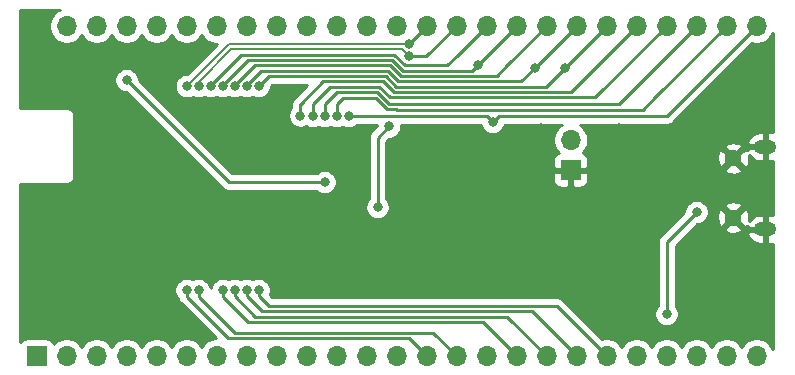
<source format=gbr>
%TF.GenerationSoftware,KiCad,Pcbnew,(5.1.9)-1*%
%TF.CreationDate,2021-12-20T00:17:31+00:00*%
%TF.ProjectId,BM83 breakout,424d3833-2062-4726-9561-6b6f75742e6b,rev?*%
%TF.SameCoordinates,Original*%
%TF.FileFunction,Copper,L2,Bot*%
%TF.FilePolarity,Positive*%
%FSLAX46Y46*%
G04 Gerber Fmt 4.6, Leading zero omitted, Abs format (unit mm)*
G04 Created by KiCad (PCBNEW (5.1.9)-1) date 2021-12-20 00:17:31*
%MOMM*%
%LPD*%
G01*
G04 APERTURE LIST*
%TA.AperFunction,ComponentPad*%
%ADD10O,1.900000X1.200000*%
%TD*%
%TA.AperFunction,ComponentPad*%
%ADD11C,1.450000*%
%TD*%
%TA.AperFunction,ComponentPad*%
%ADD12O,1.700000X1.700000*%
%TD*%
%TA.AperFunction,ComponentPad*%
%ADD13R,1.700000X1.700000*%
%TD*%
%TA.AperFunction,ViaPad*%
%ADD14C,0.800000*%
%TD*%
%TA.AperFunction,Conductor*%
%ADD15C,0.250000*%
%TD*%
%TA.AperFunction,Conductor*%
%ADD16C,0.200000*%
%TD*%
%TA.AperFunction,Conductor*%
%ADD17C,0.254000*%
%TD*%
%TA.AperFunction,Conductor*%
%ADD18C,0.100000*%
%TD*%
G04 APERTURE END LIST*
D10*
%TO.P,J3,6*%
%TO.N,GND*%
X135349500Y-94036000D03*
X135349500Y-101036000D03*
D11*
X132649500Y-95036000D03*
X132649500Y-100036000D03*
%TD*%
D12*
%TO.P,J1,25*%
%TO.N,/VDD_IO*%
X134620000Y-111760000D03*
%TO.P,J1,24*%
%TO.N,/SYS_PWR*%
X132080000Y-111760000D03*
%TO.P,J1,23*%
%TO.N,/BAT_IN*%
X129540000Y-111760000D03*
%TO.P,J1,22*%
%TO.N,/ADAP_IN*%
X127000000Y-111760000D03*
%TO.P,J1,21*%
%TO.N,/P2_6*%
X124460000Y-111760000D03*
%TO.P,J1,20*%
%TO.N,/P3_2*%
X121920000Y-111760000D03*
%TO.P,J1,19*%
%TO.N,/DMIC1_L*%
X119380000Y-111760000D03*
%TO.P,J1,18*%
%TO.N,/DMIC1_R*%
X116840000Y-111760000D03*
%TO.P,J1,17*%
%TO.N,/DMIC1_CLK*%
X114300000Y-111760000D03*
%TO.P,J1,16*%
%TO.N,GND*%
X111760000Y-111760000D03*
%TO.P,J1,15*%
%TO.N,/MICBIAS*%
X109220000Y-111760000D03*
%TO.P,J1,14*%
%TO.N,/MICP1*%
X106680000Y-111760000D03*
%TO.P,J1,13*%
%TO.N,/MICN1*%
X104140000Y-111760000D03*
%TO.P,J1,12*%
%TO.N,/AIL*%
X101600000Y-111760000D03*
%TO.P,J1,11*%
%TO.N,/AIR*%
X99060000Y-111760000D03*
%TO.P,J1,10*%
%TO.N,/MICP2*%
X96520000Y-111760000D03*
%TO.P,J1,9*%
%TO.N,/MICN2*%
X93980000Y-111760000D03*
%TO.P,J1,8*%
%TO.N,/AOHPL*%
X91440000Y-111760000D03*
%TO.P,J1,7*%
%TO.N,/AOHPM*%
X88900000Y-111760000D03*
%TO.P,J1,6*%
%TO.N,/AOHPR*%
X86360000Y-111760000D03*
%TO.P,J1,5*%
%TO.N,/MCLK1*%
X83820000Y-111760000D03*
%TO.P,J1,4*%
%TO.N,/DT1*%
X81280000Y-111760000D03*
%TO.P,J1,3*%
%TO.N,/SCLK1*%
X78740000Y-111760000D03*
%TO.P,J1,2*%
%TO.N,/RFS1*%
X76200000Y-111760000D03*
D13*
%TO.P,J1,1*%
%TO.N,/DR1*%
X73660000Y-111760000D03*
%TD*%
D12*
%TO.P,JP1,2*%
%TO.N,/P3_4*%
X118872000Y-93472000D03*
D13*
%TO.P,JP1,1*%
%TO.N,GND*%
X118872000Y-96012000D03*
%TD*%
D12*
%TO.P,J2,25*%
%TO.N,/PWR(MFB)*%
X134620000Y-83820000D03*
%TO.P,J2,24*%
%TO.N,/SK1_AMB_DET*%
X132080000Y-83820000D03*
%TO.P,J2,23*%
%TO.N,/SK2_KEY_AD*%
X129540000Y-83820000D03*
%TO.P,J2,22*%
%TO.N,/P8_6*%
X127000000Y-83820000D03*
%TO.P,J2,21*%
%TO.N,/P8_5*%
X124460000Y-83820000D03*
%TO.P,J2,20*%
%TO.N,/P3_4*%
X121920000Y-83820000D03*
%TO.P,J2,19*%
%TO.N,/LED1*%
X119380000Y-83820000D03*
%TO.P,J2,18*%
%TO.N,/P0_2*%
X116840000Y-83820000D03*
%TO.P,J2,17*%
%TO.N,/LED2*%
X114300000Y-83820000D03*
%TO.P,J2,16*%
%TO.N,/P0_6*%
X111760000Y-83820000D03*
%TO.P,J2,15*%
%TO.N,/DN*%
X109220000Y-83820000D03*
%TO.P,J2,14*%
%TO.N,/DP*%
X106680000Y-83820000D03*
%TO.P,J2,13*%
%TO.N,/P0_3*%
X104140000Y-83820000D03*
%TO.P,J2,12*%
%TO.N,/P2_7*%
X101600000Y-83820000D03*
%TO.P,J2,11*%
%TO.N,/P0_5*%
X99060000Y-83820000D03*
%TO.P,J2,10*%
%TO.N,/P1_6*%
X96520000Y-83820000D03*
%TO.P,J2,9*%
%TO.N,/P2_3*%
X93980000Y-83820000D03*
%TO.P,J2,8*%
%TO.N,/RST_N*%
X91440000Y-83820000D03*
%TO.P,J2,7*%
%TO.N,/P0_1*%
X88900000Y-83820000D03*
%TO.P,J2,6*%
%TO.N,/P0_7*%
X86360000Y-83820000D03*
%TO.P,J2,5*%
%TO.N,/P1_2*%
X83820000Y-83820000D03*
%TO.P,J2,4*%
%TO.N,/P1_3*%
X81280000Y-83820000D03*
%TO.P,J2,3*%
%TO.N,/P3_7*%
X78740000Y-83820000D03*
%TO.P,J2,2*%
%TO.N,/P0_0*%
X76200000Y-83820000D03*
D13*
%TO.P,J2,1*%
%TO.N,GND*%
X73660000Y-83820000D03*
%TD*%
D14*
%TO.N,/SYS_PWR*%
X103491000Y-92315000D03*
X102520000Y-99156000D03*
%TO.N,/LED1*%
X91440000Y-88900000D03*
X115824000Y-87376000D03*
%TO.N,/LED2*%
X89408000Y-88900000D03*
X110998000Y-87122000D03*
%TO.N,/ADAP_IN*%
X127000000Y-108204000D03*
X129540000Y-99568000D03*
%TO.N,/P3_2*%
X92456000Y-106172000D03*
%TO.N,/DMIC1_L*%
X91440000Y-106172000D03*
%TO.N,/DMIC1_R*%
X90424000Y-106172000D03*
%TO.N,/DMIC1_CLK*%
X89408000Y-106172000D03*
%TO.N,GND*%
X72644000Y-97536000D03*
X77216000Y-92456000D03*
X81280000Y-92456000D03*
X94488000Y-89408000D03*
X100076000Y-94996000D03*
X116332000Y-92456000D03*
X112268000Y-94996000D03*
X107696000Y-94996000D03*
X104140000Y-94996000D03*
X112268000Y-99060000D03*
X108204000Y-99060000D03*
X94996000Y-104648000D03*
X98552000Y-104648000D03*
X102108000Y-104648000D03*
X115824000Y-105664000D03*
X112268000Y-105664000D03*
X108712000Y-105664000D03*
X105156000Y-105664000D03*
X134620000Y-109220000D03*
X131572000Y-106172000D03*
X125476000Y-100584000D03*
X121412000Y-100584000D03*
X117348000Y-100584000D03*
X134620000Y-90424000D03*
X134620000Y-86868000D03*
X131572000Y-89408000D03*
X122936000Y-92456000D03*
X90932000Y-102616000D03*
X90932000Y-99060000D03*
X90932000Y-96012000D03*
X90932000Y-92456000D03*
X85852000Y-96012000D03*
X85852000Y-99060000D03*
X85852000Y-102616000D03*
X81280000Y-102616000D03*
X81280000Y-99060000D03*
X81280000Y-96012000D03*
X77216000Y-96012000D03*
X77216000Y-99060000D03*
X77216000Y-102616000D03*
X72644000Y-88900000D03*
X118872000Y-105664000D03*
X121412000Y-105664000D03*
X122936000Y-109220000D03*
X122936000Y-106680000D03*
X128524000Y-103124000D03*
X134620000Y-105156000D03*
X127508000Y-92456000D03*
X128524000Y-98044000D03*
X125476000Y-95504000D03*
X93980000Y-90932000D03*
%TO.N,/MICBIAS*%
X87376000Y-106172000D03*
%TO.N,/MICP1*%
X86360000Y-106172000D03*
%TO.N,/PWR(MFB)*%
X100076000Y-91440000D03*
X112268000Y-91948000D03*
%TO.N,/SK1_AMB_DET*%
X99055347Y-91435347D03*
%TO.N,/SK2_KEY_AD*%
X98044000Y-91440000D03*
%TO.N,/P8_6*%
X97031346Y-91427349D03*
%TO.N,/P8_5*%
X95978846Y-91406846D03*
%TO.N,/P3_4*%
X92456000Y-88900000D03*
X118364000Y-87376000D03*
%TO.N,/P0_2*%
X90424000Y-88900000D03*
%TO.N,/P0_6*%
X88392000Y-88900000D03*
%TO.N,/DN*%
X87376000Y-88900000D03*
%TO.N,/DP*%
X86375997Y-88900000D03*
X105156000Y-85327000D03*
%TO.N,/RST_N*%
X81280000Y-88392000D03*
X98044000Y-97028000D03*
%TO.N,/DN*%
X105156000Y-86377000D03*
%TD*%
D15*
%TO.N,/SYS_PWR*%
X103328001Y-92477999D02*
X103491000Y-92315000D01*
X102520000Y-93286000D02*
X103491000Y-92315000D01*
X102520000Y-99156000D02*
X102520000Y-93286000D01*
%TO.N,/LED1*%
X114705930Y-88494070D02*
X115824000Y-87376000D01*
X104290838Y-88494070D02*
X114705930Y-88494070D01*
X103390820Y-87594052D02*
X104290838Y-88494070D01*
X92688946Y-87594052D02*
X103390820Y-87594052D01*
X91440000Y-88842998D02*
X92688946Y-87594052D01*
X116840000Y-86360000D02*
X119380000Y-83820000D01*
X91440000Y-88900000D02*
X91440000Y-88842998D01*
X115824000Y-87376000D02*
X116840000Y-86360000D01*
%TO.N,/LED2*%
X112014000Y-86106000D02*
X114300000Y-83820000D01*
X104663638Y-87594050D02*
X110525950Y-87594050D01*
X103763618Y-86694030D02*
X104663638Y-87594050D01*
X92629970Y-86694030D02*
X103763618Y-86694030D01*
X92629968Y-86694032D02*
X92629970Y-86694030D01*
X91556966Y-86694032D02*
X92629968Y-86694032D01*
X89408000Y-88842998D02*
X91556966Y-86694032D01*
X110525950Y-87594050D02*
X110998000Y-87122000D01*
X89408000Y-88900000D02*
X89408000Y-88842998D01*
X111252000Y-86868000D02*
X112014000Y-86106000D01*
X110998000Y-87122000D02*
X111252000Y-86868000D01*
%TO.N,/ADAP_IN*%
X127000000Y-108204000D02*
X127000000Y-102108000D01*
X127000000Y-102108000D02*
X129540000Y-99568000D01*
%TO.N,/P3_2*%
X117695941Y-107535941D02*
X121920000Y-111760000D01*
X93311941Y-107535941D02*
X117695941Y-107535941D01*
X92456000Y-106680000D02*
X93311941Y-107535941D01*
X92456000Y-106172000D02*
X92456000Y-106680000D01*
%TO.N,/DMIC1_L*%
X115605951Y-107985951D02*
X119380000Y-111760000D01*
X91440000Y-106680000D02*
X91440000Y-106172000D01*
X92745951Y-107985951D02*
X91440000Y-106680000D01*
X115605951Y-107985951D02*
X92745951Y-107985951D01*
%TO.N,/DMIC1_R*%
X113515961Y-108435961D02*
X116840000Y-111760000D01*
X90424000Y-106680000D02*
X90424000Y-106172000D01*
X92179961Y-108435961D02*
X90424000Y-106680000D01*
X113515961Y-108435961D02*
X92179961Y-108435961D01*
%TO.N,/DMIC1_CLK*%
X111425970Y-108885970D02*
X114300000Y-111760000D01*
X89408000Y-106300410D02*
X89408000Y-106172000D01*
X89408000Y-106737685D02*
X89408000Y-106172000D01*
X91556285Y-108885970D02*
X89408000Y-106737685D01*
X111425970Y-108885970D02*
X91556285Y-108885970D01*
%TO.N,/MICBIAS*%
X107245990Y-109785990D02*
X109220000Y-111760000D01*
X87376000Y-106737685D02*
X87376000Y-106172000D01*
X90424305Y-109785990D02*
X87376000Y-106737685D01*
X107245990Y-109785990D02*
X90424305Y-109785990D01*
%TO.N,/MICP1*%
X105156000Y-110236000D02*
X106680000Y-111760000D01*
X86360000Y-106737685D02*
X86360000Y-106172000D01*
X89858314Y-110235999D02*
X86360000Y-106737685D01*
X105156000Y-110236000D02*
X89858314Y-110235999D01*
%TO.N,/PWR(MFB)*%
X134620000Y-83820000D02*
X127000000Y-91440000D01*
X111760000Y-91440000D02*
X112268000Y-91948000D01*
X100076000Y-91440000D02*
X111760000Y-91440000D01*
X112776000Y-91440000D02*
X112268000Y-91948000D01*
X127000000Y-91440000D02*
X112776000Y-91440000D01*
%TO.N,/SK1_AMB_DET*%
X124968000Y-90932000D02*
X126041990Y-89858010D01*
X104140000Y-90932000D02*
X124968000Y-90932000D01*
X126041990Y-89858010D02*
X132080000Y-83820000D01*
X104082009Y-90874009D02*
X104140000Y-90932000D01*
X103317189Y-90874009D02*
X104082009Y-90874009D01*
X99055347Y-91435347D02*
X99055347Y-90428653D01*
X99568000Y-89916000D02*
X102359180Y-89916000D01*
X102359180Y-89916000D02*
X103317189Y-90874009D01*
X99055347Y-90428653D02*
X99568000Y-89916000D01*
%TO.N,/SK2_KEY_AD*%
X98044000Y-91373692D02*
X98044000Y-91440000D01*
X122936000Y-90424000D02*
X103503590Y-90424000D01*
X129540000Y-83820000D02*
X122936000Y-90424000D01*
X103503590Y-90424000D02*
X102487590Y-89408000D01*
X98044000Y-91440000D02*
X98044000Y-90424000D01*
X98044000Y-90424000D02*
X99060000Y-89408000D01*
X99060000Y-89408000D02*
X102487590Y-89408000D01*
%TO.N,/P8_6*%
X97031346Y-91379652D02*
X97031346Y-91427349D01*
X127000000Y-83820000D02*
X120961990Y-89858010D01*
X103574010Y-89858010D02*
X102660080Y-88944080D01*
X120961990Y-89858010D02*
X103574010Y-89858010D01*
X97031346Y-91427349D02*
X97031346Y-90427346D01*
X97542692Y-89909308D02*
X98507920Y-88944080D01*
X97542692Y-89916000D02*
X97542692Y-89909308D01*
X97031346Y-90427346D02*
X97542692Y-89916000D01*
X98507920Y-88944080D02*
X102660080Y-88944080D01*
%TO.N,/P8_5*%
X124460000Y-83820000D02*
X118872000Y-89408000D01*
X95978846Y-91406846D02*
X95978846Y-90457154D01*
X118872000Y-89408000D02*
X106680000Y-89408000D01*
X106680000Y-89408000D02*
X103931948Y-89408000D01*
X103931948Y-89408000D02*
X103018018Y-88494070D01*
X103018018Y-88494070D02*
X97941930Y-88494070D01*
X97941930Y-88494070D02*
X96012000Y-90424000D01*
%TO.N,/P3_4*%
X118618000Y-87122000D02*
X121920000Y-83820000D01*
X116795920Y-88944080D02*
X118364000Y-87376000D01*
X104104438Y-88944080D02*
X116795920Y-88944080D01*
X103204418Y-88044060D02*
X104104438Y-88944080D01*
X93311940Y-88044060D02*
X103204418Y-88044060D01*
X92456000Y-88900000D02*
X93311940Y-88044060D01*
X118364000Y-87376000D02*
X118618000Y-87122000D01*
%TO.N,/P0_2*%
X113515960Y-87144040D02*
X116840000Y-83820000D01*
X90424000Y-88842998D02*
X90424000Y-88900000D01*
X92122958Y-87144040D02*
X90424000Y-88842998D01*
X92122958Y-87144040D02*
X103577218Y-87144040D01*
X103577218Y-87144040D02*
X104477238Y-88044060D01*
X112615940Y-88044060D02*
X113515960Y-87144040D01*
X104477238Y-88044060D02*
X112615940Y-88044060D01*
%TO.N,/P0_6*%
X109335980Y-86244020D02*
X111760000Y-83820000D01*
X88392000Y-88842998D02*
X88392000Y-88900000D01*
X90990978Y-86244020D02*
X88392000Y-88842998D01*
X104850038Y-87144040D02*
X108435960Y-87144040D01*
X103950018Y-86244020D02*
X104850038Y-87144040D01*
X108435960Y-87144040D02*
X109335980Y-86244020D01*
X90990978Y-86244020D02*
X103950018Y-86244020D01*
%TO.N,/DN*%
X87376000Y-88842998D02*
X87376000Y-88900000D01*
%TO.N,/DP*%
X86375997Y-88827001D02*
X86375997Y-88900000D01*
X105173000Y-85327000D02*
X106680000Y-83820000D01*
X105156000Y-85327000D02*
X105173000Y-85327000D01*
D16*
X104556000Y-85327000D02*
X105156000Y-85327000D01*
X89948997Y-85327000D02*
X104556000Y-85327000D01*
X86375997Y-88900000D02*
X89948997Y-85327000D01*
D15*
%TO.N,/RST_N*%
X81280000Y-88392000D02*
X89916000Y-97028000D01*
X89916000Y-97028000D02*
X98044000Y-97028000D01*
%TO.N,/DN*%
X106663000Y-86377000D02*
X105156000Y-86377000D01*
X109220000Y-83820000D02*
X106663000Y-86377000D01*
D16*
X104556000Y-85777000D02*
X105156000Y-86377000D01*
X90135394Y-85777000D02*
X104556000Y-85777000D01*
X87376000Y-88900000D02*
X87376000Y-88536394D01*
X87376000Y-88536394D02*
X90135394Y-85777000D01*
%TD*%
D17*
%TO.N,GND*%
X111887000Y-111633000D02*
X111907000Y-111633000D01*
X111907000Y-111887000D01*
X111887000Y-111887000D01*
X111887000Y-111907000D01*
X111633000Y-111907000D01*
X111633000Y-111887000D01*
X111613000Y-111887000D01*
X111613000Y-111633000D01*
X111633000Y-111633000D01*
X111633000Y-111613000D01*
X111887000Y-111613000D01*
X111887000Y-111633000D01*
%TA.AperFunction,Conductor*%
D18*
G36*
X111887000Y-111633000D02*
G01*
X111907000Y-111633000D01*
X111907000Y-111887000D01*
X111887000Y-111887000D01*
X111887000Y-111907000D01*
X111633000Y-111907000D01*
X111633000Y-111887000D01*
X111613000Y-111887000D01*
X111613000Y-111633000D01*
X111633000Y-111633000D01*
X111633000Y-111613000D01*
X111887000Y-111613000D01*
X111887000Y-111633000D01*
G37*
%TD.AperFunction*%
D17*
X75496589Y-82504010D02*
X75253368Y-82666525D01*
X75046525Y-82873368D01*
X74884010Y-83116589D01*
X74772068Y-83386842D01*
X74715000Y-83673740D01*
X74715000Y-83966260D01*
X74772068Y-84253158D01*
X74884010Y-84523411D01*
X75046525Y-84766632D01*
X75253368Y-84973475D01*
X75496589Y-85135990D01*
X75766842Y-85247932D01*
X76053740Y-85305000D01*
X76346260Y-85305000D01*
X76633158Y-85247932D01*
X76903411Y-85135990D01*
X77146632Y-84973475D01*
X77353475Y-84766632D01*
X77470000Y-84592240D01*
X77586525Y-84766632D01*
X77793368Y-84973475D01*
X78036589Y-85135990D01*
X78306842Y-85247932D01*
X78593740Y-85305000D01*
X78886260Y-85305000D01*
X79173158Y-85247932D01*
X79443411Y-85135990D01*
X79686632Y-84973475D01*
X79893475Y-84766632D01*
X80010000Y-84592240D01*
X80126525Y-84766632D01*
X80333368Y-84973475D01*
X80576589Y-85135990D01*
X80846842Y-85247932D01*
X81133740Y-85305000D01*
X81426260Y-85305000D01*
X81713158Y-85247932D01*
X81983411Y-85135990D01*
X82226632Y-84973475D01*
X82433475Y-84766632D01*
X82550000Y-84592240D01*
X82666525Y-84766632D01*
X82873368Y-84973475D01*
X83116589Y-85135990D01*
X83386842Y-85247932D01*
X83673740Y-85305000D01*
X83966260Y-85305000D01*
X84253158Y-85247932D01*
X84523411Y-85135990D01*
X84766632Y-84973475D01*
X84973475Y-84766632D01*
X85090000Y-84592240D01*
X85206525Y-84766632D01*
X85413368Y-84973475D01*
X85656589Y-85135990D01*
X85926842Y-85247932D01*
X86213740Y-85305000D01*
X86506260Y-85305000D01*
X86793158Y-85247932D01*
X87063411Y-85135990D01*
X87306632Y-84973475D01*
X87513475Y-84766632D01*
X87630000Y-84592240D01*
X87746525Y-84766632D01*
X87953368Y-84973475D01*
X88196589Y-85135990D01*
X88466842Y-85247932D01*
X88753740Y-85305000D01*
X88931550Y-85305000D01*
X86371551Y-87865000D01*
X86274058Y-87865000D01*
X86074099Y-87904774D01*
X85885741Y-87982795D01*
X85716223Y-88096063D01*
X85572060Y-88240226D01*
X85458792Y-88409744D01*
X85380771Y-88598102D01*
X85340997Y-88798061D01*
X85340997Y-89001939D01*
X85380771Y-89201898D01*
X85458792Y-89390256D01*
X85572060Y-89559774D01*
X85716223Y-89703937D01*
X85885741Y-89817205D01*
X86074099Y-89895226D01*
X86274058Y-89935000D01*
X86477936Y-89935000D01*
X86677895Y-89895226D01*
X86866253Y-89817205D01*
X86875999Y-89810693D01*
X86885744Y-89817205D01*
X87074102Y-89895226D01*
X87274061Y-89935000D01*
X87477939Y-89935000D01*
X87677898Y-89895226D01*
X87866256Y-89817205D01*
X87884000Y-89805349D01*
X87901744Y-89817205D01*
X88090102Y-89895226D01*
X88290061Y-89935000D01*
X88493939Y-89935000D01*
X88693898Y-89895226D01*
X88882256Y-89817205D01*
X88900000Y-89805349D01*
X88917744Y-89817205D01*
X89106102Y-89895226D01*
X89306061Y-89935000D01*
X89509939Y-89935000D01*
X89709898Y-89895226D01*
X89898256Y-89817205D01*
X89916000Y-89805349D01*
X89933744Y-89817205D01*
X90122102Y-89895226D01*
X90322061Y-89935000D01*
X90525939Y-89935000D01*
X90725898Y-89895226D01*
X90914256Y-89817205D01*
X90932000Y-89805349D01*
X90949744Y-89817205D01*
X91138102Y-89895226D01*
X91338061Y-89935000D01*
X91541939Y-89935000D01*
X91741898Y-89895226D01*
X91930256Y-89817205D01*
X91948000Y-89805349D01*
X91965744Y-89817205D01*
X92154102Y-89895226D01*
X92354061Y-89935000D01*
X92557939Y-89935000D01*
X92757898Y-89895226D01*
X92946256Y-89817205D01*
X93115774Y-89703937D01*
X93259937Y-89559774D01*
X93373205Y-89390256D01*
X93451226Y-89201898D01*
X93491000Y-89001939D01*
X93491000Y-88939802D01*
X93626742Y-88804060D01*
X96557138Y-88804060D01*
X95467844Y-89893355D01*
X95438846Y-89917153D01*
X95343873Y-90032878D01*
X95273301Y-90164907D01*
X95229844Y-90308168D01*
X95218847Y-90419821D01*
X95218847Y-90703134D01*
X95174909Y-90747072D01*
X95061641Y-90916590D01*
X94983620Y-91104948D01*
X94943846Y-91304907D01*
X94943846Y-91508785D01*
X94983620Y-91708744D01*
X95061641Y-91897102D01*
X95174909Y-92066620D01*
X95319072Y-92210783D01*
X95488590Y-92324051D01*
X95676948Y-92402072D01*
X95876907Y-92441846D01*
X96080785Y-92441846D01*
X96280744Y-92402072D01*
X96469102Y-92324051D01*
X96489754Y-92310252D01*
X96541090Y-92344554D01*
X96729448Y-92422575D01*
X96929407Y-92462349D01*
X97133285Y-92462349D01*
X97333244Y-92422575D01*
X97521602Y-92344554D01*
X97528206Y-92340141D01*
X97553744Y-92357205D01*
X97742102Y-92435226D01*
X97942061Y-92475000D01*
X98145939Y-92475000D01*
X98345898Y-92435226D01*
X98534256Y-92357205D01*
X98553155Y-92344577D01*
X98565091Y-92352552D01*
X98753449Y-92430573D01*
X98953408Y-92470347D01*
X99157286Y-92470347D01*
X99357245Y-92430573D01*
X99545603Y-92352552D01*
X99562192Y-92341468D01*
X99585744Y-92357205D01*
X99774102Y-92435226D01*
X99974061Y-92475000D01*
X100177939Y-92475000D01*
X100377898Y-92435226D01*
X100566256Y-92357205D01*
X100735774Y-92243937D01*
X100779711Y-92200000D01*
X102458598Y-92200000D01*
X102456000Y-92213061D01*
X102456000Y-92275199D01*
X102008998Y-92722201D01*
X101980000Y-92745999D01*
X101956202Y-92774997D01*
X101956201Y-92774998D01*
X101885026Y-92861724D01*
X101814454Y-92993754D01*
X101770998Y-93137015D01*
X101756324Y-93286000D01*
X101760001Y-93323332D01*
X101760000Y-98452289D01*
X101716063Y-98496226D01*
X101602795Y-98665744D01*
X101524774Y-98854102D01*
X101485000Y-99054061D01*
X101485000Y-99257939D01*
X101524774Y-99457898D01*
X101602795Y-99646256D01*
X101716063Y-99815774D01*
X101860226Y-99959937D01*
X102029744Y-100073205D01*
X102218102Y-100151226D01*
X102418061Y-100191000D01*
X102621939Y-100191000D01*
X102821898Y-100151226D01*
X103010256Y-100073205D01*
X103179774Y-99959937D01*
X103323937Y-99815774D01*
X103437205Y-99646256D01*
X103515226Y-99457898D01*
X103555000Y-99257939D01*
X103555000Y-99054061D01*
X103515226Y-98854102D01*
X103437205Y-98665744D01*
X103323937Y-98496226D01*
X103280000Y-98452289D01*
X103280000Y-96862000D01*
X117383928Y-96862000D01*
X117396188Y-96986482D01*
X117432498Y-97106180D01*
X117491463Y-97216494D01*
X117570815Y-97313185D01*
X117667506Y-97392537D01*
X117777820Y-97451502D01*
X117897518Y-97487812D01*
X118022000Y-97500072D01*
X118586250Y-97497000D01*
X118745000Y-97338250D01*
X118745000Y-96139000D01*
X118999000Y-96139000D01*
X118999000Y-97338250D01*
X119157750Y-97497000D01*
X119722000Y-97500072D01*
X119846482Y-97487812D01*
X119966180Y-97451502D01*
X120076494Y-97392537D01*
X120173185Y-97313185D01*
X120252537Y-97216494D01*
X120311502Y-97106180D01*
X120347812Y-96986482D01*
X120360072Y-96862000D01*
X120357000Y-96297750D01*
X120198250Y-96139000D01*
X118999000Y-96139000D01*
X118745000Y-96139000D01*
X117545750Y-96139000D01*
X117387000Y-96297750D01*
X117383928Y-96862000D01*
X103280000Y-96862000D01*
X103280000Y-95975133D01*
X131889972Y-95975133D01*
X131952465Y-96211450D01*
X132195178Y-96324850D01*
X132455349Y-96388719D01*
X132722982Y-96400604D01*
X132987791Y-96360048D01*
X133239600Y-96268609D01*
X133346535Y-96211450D01*
X133409028Y-95975133D01*
X132649500Y-95215605D01*
X131889972Y-95975133D01*
X103280000Y-95975133D01*
X103280000Y-93600801D01*
X103530801Y-93350000D01*
X103592939Y-93350000D01*
X103792898Y-93310226D01*
X103981256Y-93232205D01*
X104150774Y-93118937D01*
X104294937Y-92974774D01*
X104408205Y-92805256D01*
X104486226Y-92616898D01*
X104526000Y-92416939D01*
X104526000Y-92213061D01*
X104523402Y-92200000D01*
X111262849Y-92200000D01*
X111272774Y-92249898D01*
X111350795Y-92438256D01*
X111464063Y-92607774D01*
X111608226Y-92751937D01*
X111777744Y-92865205D01*
X111966102Y-92943226D01*
X112166061Y-92983000D01*
X112369939Y-92983000D01*
X112569898Y-92943226D01*
X112758256Y-92865205D01*
X112927774Y-92751937D01*
X113071937Y-92607774D01*
X113185205Y-92438256D01*
X113263226Y-92249898D01*
X113273151Y-92200000D01*
X118102753Y-92200000D01*
X117925368Y-92318525D01*
X117718525Y-92525368D01*
X117556010Y-92768589D01*
X117444068Y-93038842D01*
X117387000Y-93325740D01*
X117387000Y-93618260D01*
X117444068Y-93905158D01*
X117556010Y-94175411D01*
X117718525Y-94418632D01*
X117850380Y-94550487D01*
X117777820Y-94572498D01*
X117667506Y-94631463D01*
X117570815Y-94710815D01*
X117491463Y-94807506D01*
X117432498Y-94917820D01*
X117396188Y-95037518D01*
X117383928Y-95162000D01*
X117387000Y-95726250D01*
X117545750Y-95885000D01*
X118745000Y-95885000D01*
X118745000Y-95865000D01*
X118999000Y-95865000D01*
X118999000Y-95885000D01*
X120198250Y-95885000D01*
X120357000Y-95726250D01*
X120360072Y-95162000D01*
X120354900Y-95109482D01*
X131284896Y-95109482D01*
X131325452Y-95374291D01*
X131416891Y-95626100D01*
X131474050Y-95733035D01*
X131710367Y-95795528D01*
X132469895Y-95036000D01*
X132829105Y-95036000D01*
X133588633Y-95795528D01*
X133824950Y-95733035D01*
X133938350Y-95490322D01*
X134002219Y-95230151D01*
X134014104Y-94962518D01*
X133978885Y-94732558D01*
X134036422Y-94819474D01*
X134207775Y-94992307D01*
X134409554Y-95128390D01*
X134634004Y-95222493D01*
X134872500Y-95271000D01*
X135222500Y-95271000D01*
X135222500Y-94163000D01*
X133930769Y-94163000D01*
X133816997Y-94336862D01*
X133588633Y-94276472D01*
X132829105Y-95036000D01*
X132469895Y-95036000D01*
X131710367Y-94276472D01*
X131474050Y-94338965D01*
X131360650Y-94581678D01*
X131296781Y-94841849D01*
X131284896Y-95109482D01*
X120354900Y-95109482D01*
X120347812Y-95037518D01*
X120311502Y-94917820D01*
X120252537Y-94807506D01*
X120173185Y-94710815D01*
X120076494Y-94631463D01*
X119966180Y-94572498D01*
X119893620Y-94550487D01*
X120025475Y-94418632D01*
X120187990Y-94175411D01*
X120220523Y-94096867D01*
X131889972Y-94096867D01*
X132649500Y-94856395D01*
X133409028Y-94096867D01*
X133346535Y-93860550D01*
X133103822Y-93747150D01*
X132986672Y-93718391D01*
X133806038Y-93718391D01*
X133930769Y-93909000D01*
X135222500Y-93909000D01*
X135222500Y-92801000D01*
X134872500Y-92801000D01*
X134634004Y-92849507D01*
X134409554Y-92943610D01*
X134207775Y-93079693D01*
X134036422Y-93252526D01*
X133902079Y-93455467D01*
X133809909Y-93680718D01*
X133806038Y-93718391D01*
X132986672Y-93718391D01*
X132843651Y-93683281D01*
X132576018Y-93671396D01*
X132311209Y-93711952D01*
X132059400Y-93803391D01*
X131952465Y-93860550D01*
X131889972Y-94096867D01*
X120220523Y-94096867D01*
X120299932Y-93905158D01*
X120357000Y-93618260D01*
X120357000Y-93325740D01*
X120299932Y-93038842D01*
X120187990Y-92768589D01*
X120025475Y-92525368D01*
X119818632Y-92318525D01*
X119641247Y-92200000D01*
X126962678Y-92200000D01*
X127000000Y-92203676D01*
X127037322Y-92200000D01*
X127037333Y-92200000D01*
X127148986Y-92189003D01*
X127292247Y-92145546D01*
X127424276Y-92074974D01*
X127540001Y-91980001D01*
X127563804Y-91950997D01*
X134253592Y-85261210D01*
X134473740Y-85305000D01*
X134766260Y-85305000D01*
X135053158Y-85247932D01*
X135323411Y-85135990D01*
X135566632Y-84973475D01*
X135773475Y-84766632D01*
X135935990Y-84523411D01*
X135992001Y-84388188D01*
X135992001Y-92834661D01*
X135826500Y-92801000D01*
X135476500Y-92801000D01*
X135476500Y-93909000D01*
X135496500Y-93909000D01*
X135496500Y-94163000D01*
X135476500Y-94163000D01*
X135476500Y-95271000D01*
X135826500Y-95271000D01*
X135992001Y-95237339D01*
X135992000Y-99834661D01*
X135826500Y-99801000D01*
X135476500Y-99801000D01*
X135476500Y-100909000D01*
X135496500Y-100909000D01*
X135496500Y-101163000D01*
X135476500Y-101163000D01*
X135476500Y-102271000D01*
X135826500Y-102271000D01*
X135992000Y-102237339D01*
X135992000Y-111191810D01*
X135935990Y-111056589D01*
X135773475Y-110813368D01*
X135566632Y-110606525D01*
X135323411Y-110444010D01*
X135053158Y-110332068D01*
X134766260Y-110275000D01*
X134473740Y-110275000D01*
X134186842Y-110332068D01*
X133916589Y-110444010D01*
X133673368Y-110606525D01*
X133466525Y-110813368D01*
X133350000Y-110987760D01*
X133233475Y-110813368D01*
X133026632Y-110606525D01*
X132783411Y-110444010D01*
X132513158Y-110332068D01*
X132226260Y-110275000D01*
X131933740Y-110275000D01*
X131646842Y-110332068D01*
X131376589Y-110444010D01*
X131133368Y-110606525D01*
X130926525Y-110813368D01*
X130810000Y-110987760D01*
X130693475Y-110813368D01*
X130486632Y-110606525D01*
X130243411Y-110444010D01*
X129973158Y-110332068D01*
X129686260Y-110275000D01*
X129393740Y-110275000D01*
X129106842Y-110332068D01*
X128836589Y-110444010D01*
X128593368Y-110606525D01*
X128386525Y-110813368D01*
X128270000Y-110987760D01*
X128153475Y-110813368D01*
X127946632Y-110606525D01*
X127703411Y-110444010D01*
X127433158Y-110332068D01*
X127146260Y-110275000D01*
X126853740Y-110275000D01*
X126566842Y-110332068D01*
X126296589Y-110444010D01*
X126053368Y-110606525D01*
X125846525Y-110813368D01*
X125730000Y-110987760D01*
X125613475Y-110813368D01*
X125406632Y-110606525D01*
X125163411Y-110444010D01*
X124893158Y-110332068D01*
X124606260Y-110275000D01*
X124313740Y-110275000D01*
X124026842Y-110332068D01*
X123756589Y-110444010D01*
X123513368Y-110606525D01*
X123306525Y-110813368D01*
X123190000Y-110987760D01*
X123073475Y-110813368D01*
X122866632Y-110606525D01*
X122623411Y-110444010D01*
X122353158Y-110332068D01*
X122066260Y-110275000D01*
X121773740Y-110275000D01*
X121553592Y-110318790D01*
X119336863Y-108102061D01*
X125965000Y-108102061D01*
X125965000Y-108305939D01*
X126004774Y-108505898D01*
X126082795Y-108694256D01*
X126196063Y-108863774D01*
X126340226Y-109007937D01*
X126509744Y-109121205D01*
X126698102Y-109199226D01*
X126898061Y-109239000D01*
X127101939Y-109239000D01*
X127301898Y-109199226D01*
X127490256Y-109121205D01*
X127659774Y-109007937D01*
X127803937Y-108863774D01*
X127917205Y-108694256D01*
X127995226Y-108505898D01*
X128035000Y-108305939D01*
X128035000Y-108102061D01*
X127995226Y-107902102D01*
X127917205Y-107713744D01*
X127803937Y-107544226D01*
X127760000Y-107500289D01*
X127760000Y-102422801D01*
X129207669Y-100975133D01*
X131889972Y-100975133D01*
X131952465Y-101211450D01*
X132195178Y-101324850D01*
X132455349Y-101388719D01*
X132722982Y-101400604D01*
X132987791Y-101360048D01*
X133005523Y-101353609D01*
X133806038Y-101353609D01*
X133809909Y-101391282D01*
X133902079Y-101616533D01*
X134036422Y-101819474D01*
X134207775Y-101992307D01*
X134409554Y-102128390D01*
X134634004Y-102222493D01*
X134872500Y-102271000D01*
X135222500Y-102271000D01*
X135222500Y-101163000D01*
X133930769Y-101163000D01*
X133806038Y-101353609D01*
X133005523Y-101353609D01*
X133239600Y-101268609D01*
X133346535Y-101211450D01*
X133409028Y-100975133D01*
X132649500Y-100215605D01*
X131889972Y-100975133D01*
X129207669Y-100975133D01*
X129579803Y-100603000D01*
X129641939Y-100603000D01*
X129841898Y-100563226D01*
X130030256Y-100485205D01*
X130199774Y-100371937D01*
X130343937Y-100227774D01*
X130422976Y-100109482D01*
X131284896Y-100109482D01*
X131325452Y-100374291D01*
X131416891Y-100626100D01*
X131474050Y-100733035D01*
X131710367Y-100795528D01*
X132469895Y-100036000D01*
X132829105Y-100036000D01*
X133588633Y-100795528D01*
X133816997Y-100735138D01*
X133930769Y-100909000D01*
X135222500Y-100909000D01*
X135222500Y-99801000D01*
X134872500Y-99801000D01*
X134634004Y-99849507D01*
X134409554Y-99943610D01*
X134207775Y-100079693D01*
X134036422Y-100252526D01*
X133973329Y-100347836D01*
X134002219Y-100230151D01*
X134014104Y-99962518D01*
X133973548Y-99697709D01*
X133882109Y-99445900D01*
X133824950Y-99338965D01*
X133588633Y-99276472D01*
X132829105Y-100036000D01*
X132469895Y-100036000D01*
X131710367Y-99276472D01*
X131474050Y-99338965D01*
X131360650Y-99581678D01*
X131296781Y-99841849D01*
X131284896Y-100109482D01*
X130422976Y-100109482D01*
X130457205Y-100058256D01*
X130535226Y-99869898D01*
X130575000Y-99669939D01*
X130575000Y-99466061D01*
X130535226Y-99266102D01*
X130465127Y-99096867D01*
X131889972Y-99096867D01*
X132649500Y-99856395D01*
X133409028Y-99096867D01*
X133346535Y-98860550D01*
X133103822Y-98747150D01*
X132843651Y-98683281D01*
X132576018Y-98671396D01*
X132311209Y-98711952D01*
X132059400Y-98803391D01*
X131952465Y-98860550D01*
X131889972Y-99096867D01*
X130465127Y-99096867D01*
X130457205Y-99077744D01*
X130343937Y-98908226D01*
X130199774Y-98764063D01*
X130030256Y-98650795D01*
X129841898Y-98572774D01*
X129641939Y-98533000D01*
X129438061Y-98533000D01*
X129238102Y-98572774D01*
X129049744Y-98650795D01*
X128880226Y-98764063D01*
X128736063Y-98908226D01*
X128622795Y-99077744D01*
X128544774Y-99266102D01*
X128505000Y-99466061D01*
X128505000Y-99528197D01*
X126488998Y-101544201D01*
X126460000Y-101567999D01*
X126436202Y-101596997D01*
X126436201Y-101596998D01*
X126365026Y-101683724D01*
X126294454Y-101815754D01*
X126250998Y-101959015D01*
X126236324Y-102108000D01*
X126240001Y-102145332D01*
X126240000Y-107500289D01*
X126196063Y-107544226D01*
X126082795Y-107713744D01*
X126004774Y-107902102D01*
X125965000Y-108102061D01*
X119336863Y-108102061D01*
X118259745Y-107024944D01*
X118235942Y-106995940D01*
X118120217Y-106900967D01*
X117988188Y-106830395D01*
X117844927Y-106786938D01*
X117733274Y-106775941D01*
X117733263Y-106775941D01*
X117695941Y-106772265D01*
X117658619Y-106775941D01*
X93626743Y-106775941D01*
X93414167Y-106563366D01*
X93451226Y-106473898D01*
X93491000Y-106273939D01*
X93491000Y-106070061D01*
X93451226Y-105870102D01*
X93373205Y-105681744D01*
X93259937Y-105512226D01*
X93115774Y-105368063D01*
X92946256Y-105254795D01*
X92757898Y-105176774D01*
X92557939Y-105137000D01*
X92354061Y-105137000D01*
X92154102Y-105176774D01*
X91965744Y-105254795D01*
X91948000Y-105266651D01*
X91930256Y-105254795D01*
X91741898Y-105176774D01*
X91541939Y-105137000D01*
X91338061Y-105137000D01*
X91138102Y-105176774D01*
X90949744Y-105254795D01*
X90932000Y-105266651D01*
X90914256Y-105254795D01*
X90725898Y-105176774D01*
X90525939Y-105137000D01*
X90322061Y-105137000D01*
X90122102Y-105176774D01*
X89933744Y-105254795D01*
X89916000Y-105266651D01*
X89898256Y-105254795D01*
X89709898Y-105176774D01*
X89509939Y-105137000D01*
X89306061Y-105137000D01*
X89106102Y-105176774D01*
X88917744Y-105254795D01*
X88748226Y-105368063D01*
X88604063Y-105512226D01*
X88490795Y-105681744D01*
X88412774Y-105870102D01*
X88392000Y-105974541D01*
X88371226Y-105870102D01*
X88293205Y-105681744D01*
X88179937Y-105512226D01*
X88035774Y-105368063D01*
X87866256Y-105254795D01*
X87677898Y-105176774D01*
X87477939Y-105137000D01*
X87274061Y-105137000D01*
X87074102Y-105176774D01*
X86885744Y-105254795D01*
X86868000Y-105266651D01*
X86850256Y-105254795D01*
X86661898Y-105176774D01*
X86461939Y-105137000D01*
X86258061Y-105137000D01*
X86058102Y-105176774D01*
X85869744Y-105254795D01*
X85700226Y-105368063D01*
X85556063Y-105512226D01*
X85442795Y-105681744D01*
X85364774Y-105870102D01*
X85325000Y-106070061D01*
X85325000Y-106273939D01*
X85364774Y-106473898D01*
X85442795Y-106662256D01*
X85556063Y-106831774D01*
X85611014Y-106886725D01*
X85652939Y-107024938D01*
X85654454Y-107029931D01*
X85725026Y-107161961D01*
X85748860Y-107191002D01*
X85819999Y-107277686D01*
X85849003Y-107301489D01*
X88822513Y-110275000D01*
X88753740Y-110275000D01*
X88466842Y-110332068D01*
X88196589Y-110444010D01*
X87953368Y-110606525D01*
X87746525Y-110813368D01*
X87630000Y-110987760D01*
X87513475Y-110813368D01*
X87306632Y-110606525D01*
X87063411Y-110444010D01*
X86793158Y-110332068D01*
X86506260Y-110275000D01*
X86213740Y-110275000D01*
X85926842Y-110332068D01*
X85656589Y-110444010D01*
X85413368Y-110606525D01*
X85206525Y-110813368D01*
X85090000Y-110987760D01*
X84973475Y-110813368D01*
X84766632Y-110606525D01*
X84523411Y-110444010D01*
X84253158Y-110332068D01*
X83966260Y-110275000D01*
X83673740Y-110275000D01*
X83386842Y-110332068D01*
X83116589Y-110444010D01*
X82873368Y-110606525D01*
X82666525Y-110813368D01*
X82550000Y-110987760D01*
X82433475Y-110813368D01*
X82226632Y-110606525D01*
X81983411Y-110444010D01*
X81713158Y-110332068D01*
X81426260Y-110275000D01*
X81133740Y-110275000D01*
X80846842Y-110332068D01*
X80576589Y-110444010D01*
X80333368Y-110606525D01*
X80126525Y-110813368D01*
X80010000Y-110987760D01*
X79893475Y-110813368D01*
X79686632Y-110606525D01*
X79443411Y-110444010D01*
X79173158Y-110332068D01*
X78886260Y-110275000D01*
X78593740Y-110275000D01*
X78306842Y-110332068D01*
X78036589Y-110444010D01*
X77793368Y-110606525D01*
X77586525Y-110813368D01*
X77470000Y-110987760D01*
X77353475Y-110813368D01*
X77146632Y-110606525D01*
X76903411Y-110444010D01*
X76633158Y-110332068D01*
X76346260Y-110275000D01*
X76053740Y-110275000D01*
X75766842Y-110332068D01*
X75496589Y-110444010D01*
X75253368Y-110606525D01*
X75121513Y-110738380D01*
X75099502Y-110665820D01*
X75040537Y-110555506D01*
X74961185Y-110458815D01*
X74864494Y-110379463D01*
X74754180Y-110320498D01*
X74634482Y-110284188D01*
X74510000Y-110271928D01*
X72810000Y-110271928D01*
X72685518Y-110284188D01*
X72565820Y-110320498D01*
X72455506Y-110379463D01*
X72358815Y-110458815D01*
X72288000Y-110545104D01*
X72288000Y-97180000D01*
X76167581Y-97180000D01*
X76200000Y-97183193D01*
X76232419Y-97180000D01*
X76329383Y-97170450D01*
X76453793Y-97132710D01*
X76568450Y-97071425D01*
X76668948Y-96988948D01*
X76751425Y-96888450D01*
X76812710Y-96773793D01*
X76850450Y-96649383D01*
X76863193Y-96520000D01*
X76860000Y-96487581D01*
X76860000Y-91472419D01*
X76863193Y-91440000D01*
X76850450Y-91310617D01*
X76812710Y-91186207D01*
X76751425Y-91071550D01*
X76668948Y-90971052D01*
X76568450Y-90888575D01*
X76453793Y-90827290D01*
X76329383Y-90789550D01*
X76232419Y-90780000D01*
X76200000Y-90776807D01*
X76167581Y-90780000D01*
X72288000Y-90780000D01*
X72288000Y-88290061D01*
X80245000Y-88290061D01*
X80245000Y-88493939D01*
X80284774Y-88693898D01*
X80362795Y-88882256D01*
X80476063Y-89051774D01*
X80620226Y-89195937D01*
X80789744Y-89309205D01*
X80978102Y-89387226D01*
X81178061Y-89427000D01*
X81240199Y-89427000D01*
X89352201Y-97539003D01*
X89375999Y-97568001D01*
X89491724Y-97662974D01*
X89623753Y-97733546D01*
X89767014Y-97777003D01*
X89878667Y-97788000D01*
X89878676Y-97788000D01*
X89915999Y-97791676D01*
X89953322Y-97788000D01*
X97340289Y-97788000D01*
X97384226Y-97831937D01*
X97553744Y-97945205D01*
X97742102Y-98023226D01*
X97942061Y-98063000D01*
X98145939Y-98063000D01*
X98345898Y-98023226D01*
X98534256Y-97945205D01*
X98703774Y-97831937D01*
X98847937Y-97687774D01*
X98961205Y-97518256D01*
X99039226Y-97329898D01*
X99079000Y-97129939D01*
X99079000Y-96926061D01*
X99039226Y-96726102D01*
X98961205Y-96537744D01*
X98847937Y-96368226D01*
X98703774Y-96224063D01*
X98534256Y-96110795D01*
X98345898Y-96032774D01*
X98145939Y-95993000D01*
X97942061Y-95993000D01*
X97742102Y-96032774D01*
X97553744Y-96110795D01*
X97384226Y-96224063D01*
X97340289Y-96268000D01*
X90230802Y-96268000D01*
X82315000Y-88352199D01*
X82315000Y-88290061D01*
X82275226Y-88090102D01*
X82197205Y-87901744D01*
X82083937Y-87732226D01*
X81939774Y-87588063D01*
X81770256Y-87474795D01*
X81581898Y-87396774D01*
X81381939Y-87357000D01*
X81178061Y-87357000D01*
X80978102Y-87396774D01*
X80789744Y-87474795D01*
X80620226Y-87588063D01*
X80476063Y-87732226D01*
X80362795Y-87901744D01*
X80284774Y-88090102D01*
X80245000Y-88290061D01*
X72288000Y-88290061D01*
X72288000Y-82448000D01*
X75631810Y-82448000D01*
X75496589Y-82504010D01*
%TA.AperFunction,Conductor*%
D18*
G36*
X75496589Y-82504010D02*
G01*
X75253368Y-82666525D01*
X75046525Y-82873368D01*
X74884010Y-83116589D01*
X74772068Y-83386842D01*
X74715000Y-83673740D01*
X74715000Y-83966260D01*
X74772068Y-84253158D01*
X74884010Y-84523411D01*
X75046525Y-84766632D01*
X75253368Y-84973475D01*
X75496589Y-85135990D01*
X75766842Y-85247932D01*
X76053740Y-85305000D01*
X76346260Y-85305000D01*
X76633158Y-85247932D01*
X76903411Y-85135990D01*
X77146632Y-84973475D01*
X77353475Y-84766632D01*
X77470000Y-84592240D01*
X77586525Y-84766632D01*
X77793368Y-84973475D01*
X78036589Y-85135990D01*
X78306842Y-85247932D01*
X78593740Y-85305000D01*
X78886260Y-85305000D01*
X79173158Y-85247932D01*
X79443411Y-85135990D01*
X79686632Y-84973475D01*
X79893475Y-84766632D01*
X80010000Y-84592240D01*
X80126525Y-84766632D01*
X80333368Y-84973475D01*
X80576589Y-85135990D01*
X80846842Y-85247932D01*
X81133740Y-85305000D01*
X81426260Y-85305000D01*
X81713158Y-85247932D01*
X81983411Y-85135990D01*
X82226632Y-84973475D01*
X82433475Y-84766632D01*
X82550000Y-84592240D01*
X82666525Y-84766632D01*
X82873368Y-84973475D01*
X83116589Y-85135990D01*
X83386842Y-85247932D01*
X83673740Y-85305000D01*
X83966260Y-85305000D01*
X84253158Y-85247932D01*
X84523411Y-85135990D01*
X84766632Y-84973475D01*
X84973475Y-84766632D01*
X85090000Y-84592240D01*
X85206525Y-84766632D01*
X85413368Y-84973475D01*
X85656589Y-85135990D01*
X85926842Y-85247932D01*
X86213740Y-85305000D01*
X86506260Y-85305000D01*
X86793158Y-85247932D01*
X87063411Y-85135990D01*
X87306632Y-84973475D01*
X87513475Y-84766632D01*
X87630000Y-84592240D01*
X87746525Y-84766632D01*
X87953368Y-84973475D01*
X88196589Y-85135990D01*
X88466842Y-85247932D01*
X88753740Y-85305000D01*
X88931550Y-85305000D01*
X86371551Y-87865000D01*
X86274058Y-87865000D01*
X86074099Y-87904774D01*
X85885741Y-87982795D01*
X85716223Y-88096063D01*
X85572060Y-88240226D01*
X85458792Y-88409744D01*
X85380771Y-88598102D01*
X85340997Y-88798061D01*
X85340997Y-89001939D01*
X85380771Y-89201898D01*
X85458792Y-89390256D01*
X85572060Y-89559774D01*
X85716223Y-89703937D01*
X85885741Y-89817205D01*
X86074099Y-89895226D01*
X86274058Y-89935000D01*
X86477936Y-89935000D01*
X86677895Y-89895226D01*
X86866253Y-89817205D01*
X86875999Y-89810693D01*
X86885744Y-89817205D01*
X87074102Y-89895226D01*
X87274061Y-89935000D01*
X87477939Y-89935000D01*
X87677898Y-89895226D01*
X87866256Y-89817205D01*
X87884000Y-89805349D01*
X87901744Y-89817205D01*
X88090102Y-89895226D01*
X88290061Y-89935000D01*
X88493939Y-89935000D01*
X88693898Y-89895226D01*
X88882256Y-89817205D01*
X88900000Y-89805349D01*
X88917744Y-89817205D01*
X89106102Y-89895226D01*
X89306061Y-89935000D01*
X89509939Y-89935000D01*
X89709898Y-89895226D01*
X89898256Y-89817205D01*
X89916000Y-89805349D01*
X89933744Y-89817205D01*
X90122102Y-89895226D01*
X90322061Y-89935000D01*
X90525939Y-89935000D01*
X90725898Y-89895226D01*
X90914256Y-89817205D01*
X90932000Y-89805349D01*
X90949744Y-89817205D01*
X91138102Y-89895226D01*
X91338061Y-89935000D01*
X91541939Y-89935000D01*
X91741898Y-89895226D01*
X91930256Y-89817205D01*
X91948000Y-89805349D01*
X91965744Y-89817205D01*
X92154102Y-89895226D01*
X92354061Y-89935000D01*
X92557939Y-89935000D01*
X92757898Y-89895226D01*
X92946256Y-89817205D01*
X93115774Y-89703937D01*
X93259937Y-89559774D01*
X93373205Y-89390256D01*
X93451226Y-89201898D01*
X93491000Y-89001939D01*
X93491000Y-88939802D01*
X93626742Y-88804060D01*
X96557138Y-88804060D01*
X95467844Y-89893355D01*
X95438846Y-89917153D01*
X95343873Y-90032878D01*
X95273301Y-90164907D01*
X95229844Y-90308168D01*
X95218847Y-90419821D01*
X95218847Y-90703134D01*
X95174909Y-90747072D01*
X95061641Y-90916590D01*
X94983620Y-91104948D01*
X94943846Y-91304907D01*
X94943846Y-91508785D01*
X94983620Y-91708744D01*
X95061641Y-91897102D01*
X95174909Y-92066620D01*
X95319072Y-92210783D01*
X95488590Y-92324051D01*
X95676948Y-92402072D01*
X95876907Y-92441846D01*
X96080785Y-92441846D01*
X96280744Y-92402072D01*
X96469102Y-92324051D01*
X96489754Y-92310252D01*
X96541090Y-92344554D01*
X96729448Y-92422575D01*
X96929407Y-92462349D01*
X97133285Y-92462349D01*
X97333244Y-92422575D01*
X97521602Y-92344554D01*
X97528206Y-92340141D01*
X97553744Y-92357205D01*
X97742102Y-92435226D01*
X97942061Y-92475000D01*
X98145939Y-92475000D01*
X98345898Y-92435226D01*
X98534256Y-92357205D01*
X98553155Y-92344577D01*
X98565091Y-92352552D01*
X98753449Y-92430573D01*
X98953408Y-92470347D01*
X99157286Y-92470347D01*
X99357245Y-92430573D01*
X99545603Y-92352552D01*
X99562192Y-92341468D01*
X99585744Y-92357205D01*
X99774102Y-92435226D01*
X99974061Y-92475000D01*
X100177939Y-92475000D01*
X100377898Y-92435226D01*
X100566256Y-92357205D01*
X100735774Y-92243937D01*
X100779711Y-92200000D01*
X102458598Y-92200000D01*
X102456000Y-92213061D01*
X102456000Y-92275199D01*
X102008998Y-92722201D01*
X101980000Y-92745999D01*
X101956202Y-92774997D01*
X101956201Y-92774998D01*
X101885026Y-92861724D01*
X101814454Y-92993754D01*
X101770998Y-93137015D01*
X101756324Y-93286000D01*
X101760001Y-93323332D01*
X101760000Y-98452289D01*
X101716063Y-98496226D01*
X101602795Y-98665744D01*
X101524774Y-98854102D01*
X101485000Y-99054061D01*
X101485000Y-99257939D01*
X101524774Y-99457898D01*
X101602795Y-99646256D01*
X101716063Y-99815774D01*
X101860226Y-99959937D01*
X102029744Y-100073205D01*
X102218102Y-100151226D01*
X102418061Y-100191000D01*
X102621939Y-100191000D01*
X102821898Y-100151226D01*
X103010256Y-100073205D01*
X103179774Y-99959937D01*
X103323937Y-99815774D01*
X103437205Y-99646256D01*
X103515226Y-99457898D01*
X103555000Y-99257939D01*
X103555000Y-99054061D01*
X103515226Y-98854102D01*
X103437205Y-98665744D01*
X103323937Y-98496226D01*
X103280000Y-98452289D01*
X103280000Y-96862000D01*
X117383928Y-96862000D01*
X117396188Y-96986482D01*
X117432498Y-97106180D01*
X117491463Y-97216494D01*
X117570815Y-97313185D01*
X117667506Y-97392537D01*
X117777820Y-97451502D01*
X117897518Y-97487812D01*
X118022000Y-97500072D01*
X118586250Y-97497000D01*
X118745000Y-97338250D01*
X118745000Y-96139000D01*
X118999000Y-96139000D01*
X118999000Y-97338250D01*
X119157750Y-97497000D01*
X119722000Y-97500072D01*
X119846482Y-97487812D01*
X119966180Y-97451502D01*
X120076494Y-97392537D01*
X120173185Y-97313185D01*
X120252537Y-97216494D01*
X120311502Y-97106180D01*
X120347812Y-96986482D01*
X120360072Y-96862000D01*
X120357000Y-96297750D01*
X120198250Y-96139000D01*
X118999000Y-96139000D01*
X118745000Y-96139000D01*
X117545750Y-96139000D01*
X117387000Y-96297750D01*
X117383928Y-96862000D01*
X103280000Y-96862000D01*
X103280000Y-95975133D01*
X131889972Y-95975133D01*
X131952465Y-96211450D01*
X132195178Y-96324850D01*
X132455349Y-96388719D01*
X132722982Y-96400604D01*
X132987791Y-96360048D01*
X133239600Y-96268609D01*
X133346535Y-96211450D01*
X133409028Y-95975133D01*
X132649500Y-95215605D01*
X131889972Y-95975133D01*
X103280000Y-95975133D01*
X103280000Y-93600801D01*
X103530801Y-93350000D01*
X103592939Y-93350000D01*
X103792898Y-93310226D01*
X103981256Y-93232205D01*
X104150774Y-93118937D01*
X104294937Y-92974774D01*
X104408205Y-92805256D01*
X104486226Y-92616898D01*
X104526000Y-92416939D01*
X104526000Y-92213061D01*
X104523402Y-92200000D01*
X111262849Y-92200000D01*
X111272774Y-92249898D01*
X111350795Y-92438256D01*
X111464063Y-92607774D01*
X111608226Y-92751937D01*
X111777744Y-92865205D01*
X111966102Y-92943226D01*
X112166061Y-92983000D01*
X112369939Y-92983000D01*
X112569898Y-92943226D01*
X112758256Y-92865205D01*
X112927774Y-92751937D01*
X113071937Y-92607774D01*
X113185205Y-92438256D01*
X113263226Y-92249898D01*
X113273151Y-92200000D01*
X118102753Y-92200000D01*
X117925368Y-92318525D01*
X117718525Y-92525368D01*
X117556010Y-92768589D01*
X117444068Y-93038842D01*
X117387000Y-93325740D01*
X117387000Y-93618260D01*
X117444068Y-93905158D01*
X117556010Y-94175411D01*
X117718525Y-94418632D01*
X117850380Y-94550487D01*
X117777820Y-94572498D01*
X117667506Y-94631463D01*
X117570815Y-94710815D01*
X117491463Y-94807506D01*
X117432498Y-94917820D01*
X117396188Y-95037518D01*
X117383928Y-95162000D01*
X117387000Y-95726250D01*
X117545750Y-95885000D01*
X118745000Y-95885000D01*
X118745000Y-95865000D01*
X118999000Y-95865000D01*
X118999000Y-95885000D01*
X120198250Y-95885000D01*
X120357000Y-95726250D01*
X120360072Y-95162000D01*
X120354900Y-95109482D01*
X131284896Y-95109482D01*
X131325452Y-95374291D01*
X131416891Y-95626100D01*
X131474050Y-95733035D01*
X131710367Y-95795528D01*
X132469895Y-95036000D01*
X132829105Y-95036000D01*
X133588633Y-95795528D01*
X133824950Y-95733035D01*
X133938350Y-95490322D01*
X134002219Y-95230151D01*
X134014104Y-94962518D01*
X133978885Y-94732558D01*
X134036422Y-94819474D01*
X134207775Y-94992307D01*
X134409554Y-95128390D01*
X134634004Y-95222493D01*
X134872500Y-95271000D01*
X135222500Y-95271000D01*
X135222500Y-94163000D01*
X133930769Y-94163000D01*
X133816997Y-94336862D01*
X133588633Y-94276472D01*
X132829105Y-95036000D01*
X132469895Y-95036000D01*
X131710367Y-94276472D01*
X131474050Y-94338965D01*
X131360650Y-94581678D01*
X131296781Y-94841849D01*
X131284896Y-95109482D01*
X120354900Y-95109482D01*
X120347812Y-95037518D01*
X120311502Y-94917820D01*
X120252537Y-94807506D01*
X120173185Y-94710815D01*
X120076494Y-94631463D01*
X119966180Y-94572498D01*
X119893620Y-94550487D01*
X120025475Y-94418632D01*
X120187990Y-94175411D01*
X120220523Y-94096867D01*
X131889972Y-94096867D01*
X132649500Y-94856395D01*
X133409028Y-94096867D01*
X133346535Y-93860550D01*
X133103822Y-93747150D01*
X132986672Y-93718391D01*
X133806038Y-93718391D01*
X133930769Y-93909000D01*
X135222500Y-93909000D01*
X135222500Y-92801000D01*
X134872500Y-92801000D01*
X134634004Y-92849507D01*
X134409554Y-92943610D01*
X134207775Y-93079693D01*
X134036422Y-93252526D01*
X133902079Y-93455467D01*
X133809909Y-93680718D01*
X133806038Y-93718391D01*
X132986672Y-93718391D01*
X132843651Y-93683281D01*
X132576018Y-93671396D01*
X132311209Y-93711952D01*
X132059400Y-93803391D01*
X131952465Y-93860550D01*
X131889972Y-94096867D01*
X120220523Y-94096867D01*
X120299932Y-93905158D01*
X120357000Y-93618260D01*
X120357000Y-93325740D01*
X120299932Y-93038842D01*
X120187990Y-92768589D01*
X120025475Y-92525368D01*
X119818632Y-92318525D01*
X119641247Y-92200000D01*
X126962678Y-92200000D01*
X127000000Y-92203676D01*
X127037322Y-92200000D01*
X127037333Y-92200000D01*
X127148986Y-92189003D01*
X127292247Y-92145546D01*
X127424276Y-92074974D01*
X127540001Y-91980001D01*
X127563804Y-91950997D01*
X134253592Y-85261210D01*
X134473740Y-85305000D01*
X134766260Y-85305000D01*
X135053158Y-85247932D01*
X135323411Y-85135990D01*
X135566632Y-84973475D01*
X135773475Y-84766632D01*
X135935990Y-84523411D01*
X135992001Y-84388188D01*
X135992001Y-92834661D01*
X135826500Y-92801000D01*
X135476500Y-92801000D01*
X135476500Y-93909000D01*
X135496500Y-93909000D01*
X135496500Y-94163000D01*
X135476500Y-94163000D01*
X135476500Y-95271000D01*
X135826500Y-95271000D01*
X135992001Y-95237339D01*
X135992000Y-99834661D01*
X135826500Y-99801000D01*
X135476500Y-99801000D01*
X135476500Y-100909000D01*
X135496500Y-100909000D01*
X135496500Y-101163000D01*
X135476500Y-101163000D01*
X135476500Y-102271000D01*
X135826500Y-102271000D01*
X135992000Y-102237339D01*
X135992000Y-111191810D01*
X135935990Y-111056589D01*
X135773475Y-110813368D01*
X135566632Y-110606525D01*
X135323411Y-110444010D01*
X135053158Y-110332068D01*
X134766260Y-110275000D01*
X134473740Y-110275000D01*
X134186842Y-110332068D01*
X133916589Y-110444010D01*
X133673368Y-110606525D01*
X133466525Y-110813368D01*
X133350000Y-110987760D01*
X133233475Y-110813368D01*
X133026632Y-110606525D01*
X132783411Y-110444010D01*
X132513158Y-110332068D01*
X132226260Y-110275000D01*
X131933740Y-110275000D01*
X131646842Y-110332068D01*
X131376589Y-110444010D01*
X131133368Y-110606525D01*
X130926525Y-110813368D01*
X130810000Y-110987760D01*
X130693475Y-110813368D01*
X130486632Y-110606525D01*
X130243411Y-110444010D01*
X129973158Y-110332068D01*
X129686260Y-110275000D01*
X129393740Y-110275000D01*
X129106842Y-110332068D01*
X128836589Y-110444010D01*
X128593368Y-110606525D01*
X128386525Y-110813368D01*
X128270000Y-110987760D01*
X128153475Y-110813368D01*
X127946632Y-110606525D01*
X127703411Y-110444010D01*
X127433158Y-110332068D01*
X127146260Y-110275000D01*
X126853740Y-110275000D01*
X126566842Y-110332068D01*
X126296589Y-110444010D01*
X126053368Y-110606525D01*
X125846525Y-110813368D01*
X125730000Y-110987760D01*
X125613475Y-110813368D01*
X125406632Y-110606525D01*
X125163411Y-110444010D01*
X124893158Y-110332068D01*
X124606260Y-110275000D01*
X124313740Y-110275000D01*
X124026842Y-110332068D01*
X123756589Y-110444010D01*
X123513368Y-110606525D01*
X123306525Y-110813368D01*
X123190000Y-110987760D01*
X123073475Y-110813368D01*
X122866632Y-110606525D01*
X122623411Y-110444010D01*
X122353158Y-110332068D01*
X122066260Y-110275000D01*
X121773740Y-110275000D01*
X121553592Y-110318790D01*
X119336863Y-108102061D01*
X125965000Y-108102061D01*
X125965000Y-108305939D01*
X126004774Y-108505898D01*
X126082795Y-108694256D01*
X126196063Y-108863774D01*
X126340226Y-109007937D01*
X126509744Y-109121205D01*
X126698102Y-109199226D01*
X126898061Y-109239000D01*
X127101939Y-109239000D01*
X127301898Y-109199226D01*
X127490256Y-109121205D01*
X127659774Y-109007937D01*
X127803937Y-108863774D01*
X127917205Y-108694256D01*
X127995226Y-108505898D01*
X128035000Y-108305939D01*
X128035000Y-108102061D01*
X127995226Y-107902102D01*
X127917205Y-107713744D01*
X127803937Y-107544226D01*
X127760000Y-107500289D01*
X127760000Y-102422801D01*
X129207669Y-100975133D01*
X131889972Y-100975133D01*
X131952465Y-101211450D01*
X132195178Y-101324850D01*
X132455349Y-101388719D01*
X132722982Y-101400604D01*
X132987791Y-101360048D01*
X133005523Y-101353609D01*
X133806038Y-101353609D01*
X133809909Y-101391282D01*
X133902079Y-101616533D01*
X134036422Y-101819474D01*
X134207775Y-101992307D01*
X134409554Y-102128390D01*
X134634004Y-102222493D01*
X134872500Y-102271000D01*
X135222500Y-102271000D01*
X135222500Y-101163000D01*
X133930769Y-101163000D01*
X133806038Y-101353609D01*
X133005523Y-101353609D01*
X133239600Y-101268609D01*
X133346535Y-101211450D01*
X133409028Y-100975133D01*
X132649500Y-100215605D01*
X131889972Y-100975133D01*
X129207669Y-100975133D01*
X129579803Y-100603000D01*
X129641939Y-100603000D01*
X129841898Y-100563226D01*
X130030256Y-100485205D01*
X130199774Y-100371937D01*
X130343937Y-100227774D01*
X130422976Y-100109482D01*
X131284896Y-100109482D01*
X131325452Y-100374291D01*
X131416891Y-100626100D01*
X131474050Y-100733035D01*
X131710367Y-100795528D01*
X132469895Y-100036000D01*
X132829105Y-100036000D01*
X133588633Y-100795528D01*
X133816997Y-100735138D01*
X133930769Y-100909000D01*
X135222500Y-100909000D01*
X135222500Y-99801000D01*
X134872500Y-99801000D01*
X134634004Y-99849507D01*
X134409554Y-99943610D01*
X134207775Y-100079693D01*
X134036422Y-100252526D01*
X133973329Y-100347836D01*
X134002219Y-100230151D01*
X134014104Y-99962518D01*
X133973548Y-99697709D01*
X133882109Y-99445900D01*
X133824950Y-99338965D01*
X133588633Y-99276472D01*
X132829105Y-100036000D01*
X132469895Y-100036000D01*
X131710367Y-99276472D01*
X131474050Y-99338965D01*
X131360650Y-99581678D01*
X131296781Y-99841849D01*
X131284896Y-100109482D01*
X130422976Y-100109482D01*
X130457205Y-100058256D01*
X130535226Y-99869898D01*
X130575000Y-99669939D01*
X130575000Y-99466061D01*
X130535226Y-99266102D01*
X130465127Y-99096867D01*
X131889972Y-99096867D01*
X132649500Y-99856395D01*
X133409028Y-99096867D01*
X133346535Y-98860550D01*
X133103822Y-98747150D01*
X132843651Y-98683281D01*
X132576018Y-98671396D01*
X132311209Y-98711952D01*
X132059400Y-98803391D01*
X131952465Y-98860550D01*
X131889972Y-99096867D01*
X130465127Y-99096867D01*
X130457205Y-99077744D01*
X130343937Y-98908226D01*
X130199774Y-98764063D01*
X130030256Y-98650795D01*
X129841898Y-98572774D01*
X129641939Y-98533000D01*
X129438061Y-98533000D01*
X129238102Y-98572774D01*
X129049744Y-98650795D01*
X128880226Y-98764063D01*
X128736063Y-98908226D01*
X128622795Y-99077744D01*
X128544774Y-99266102D01*
X128505000Y-99466061D01*
X128505000Y-99528197D01*
X126488998Y-101544201D01*
X126460000Y-101567999D01*
X126436202Y-101596997D01*
X126436201Y-101596998D01*
X126365026Y-101683724D01*
X126294454Y-101815754D01*
X126250998Y-101959015D01*
X126236324Y-102108000D01*
X126240001Y-102145332D01*
X126240000Y-107500289D01*
X126196063Y-107544226D01*
X126082795Y-107713744D01*
X126004774Y-107902102D01*
X125965000Y-108102061D01*
X119336863Y-108102061D01*
X118259745Y-107024944D01*
X118235942Y-106995940D01*
X118120217Y-106900967D01*
X117988188Y-106830395D01*
X117844927Y-106786938D01*
X117733274Y-106775941D01*
X117733263Y-106775941D01*
X117695941Y-106772265D01*
X117658619Y-106775941D01*
X93626743Y-106775941D01*
X93414167Y-106563366D01*
X93451226Y-106473898D01*
X93491000Y-106273939D01*
X93491000Y-106070061D01*
X93451226Y-105870102D01*
X93373205Y-105681744D01*
X93259937Y-105512226D01*
X93115774Y-105368063D01*
X92946256Y-105254795D01*
X92757898Y-105176774D01*
X92557939Y-105137000D01*
X92354061Y-105137000D01*
X92154102Y-105176774D01*
X91965744Y-105254795D01*
X91948000Y-105266651D01*
X91930256Y-105254795D01*
X91741898Y-105176774D01*
X91541939Y-105137000D01*
X91338061Y-105137000D01*
X91138102Y-105176774D01*
X90949744Y-105254795D01*
X90932000Y-105266651D01*
X90914256Y-105254795D01*
X90725898Y-105176774D01*
X90525939Y-105137000D01*
X90322061Y-105137000D01*
X90122102Y-105176774D01*
X89933744Y-105254795D01*
X89916000Y-105266651D01*
X89898256Y-105254795D01*
X89709898Y-105176774D01*
X89509939Y-105137000D01*
X89306061Y-105137000D01*
X89106102Y-105176774D01*
X88917744Y-105254795D01*
X88748226Y-105368063D01*
X88604063Y-105512226D01*
X88490795Y-105681744D01*
X88412774Y-105870102D01*
X88392000Y-105974541D01*
X88371226Y-105870102D01*
X88293205Y-105681744D01*
X88179937Y-105512226D01*
X88035774Y-105368063D01*
X87866256Y-105254795D01*
X87677898Y-105176774D01*
X87477939Y-105137000D01*
X87274061Y-105137000D01*
X87074102Y-105176774D01*
X86885744Y-105254795D01*
X86868000Y-105266651D01*
X86850256Y-105254795D01*
X86661898Y-105176774D01*
X86461939Y-105137000D01*
X86258061Y-105137000D01*
X86058102Y-105176774D01*
X85869744Y-105254795D01*
X85700226Y-105368063D01*
X85556063Y-105512226D01*
X85442795Y-105681744D01*
X85364774Y-105870102D01*
X85325000Y-106070061D01*
X85325000Y-106273939D01*
X85364774Y-106473898D01*
X85442795Y-106662256D01*
X85556063Y-106831774D01*
X85611014Y-106886725D01*
X85652939Y-107024938D01*
X85654454Y-107029931D01*
X85725026Y-107161961D01*
X85748860Y-107191002D01*
X85819999Y-107277686D01*
X85849003Y-107301489D01*
X88822513Y-110275000D01*
X88753740Y-110275000D01*
X88466842Y-110332068D01*
X88196589Y-110444010D01*
X87953368Y-110606525D01*
X87746525Y-110813368D01*
X87630000Y-110987760D01*
X87513475Y-110813368D01*
X87306632Y-110606525D01*
X87063411Y-110444010D01*
X86793158Y-110332068D01*
X86506260Y-110275000D01*
X86213740Y-110275000D01*
X85926842Y-110332068D01*
X85656589Y-110444010D01*
X85413368Y-110606525D01*
X85206525Y-110813368D01*
X85090000Y-110987760D01*
X84973475Y-110813368D01*
X84766632Y-110606525D01*
X84523411Y-110444010D01*
X84253158Y-110332068D01*
X83966260Y-110275000D01*
X83673740Y-110275000D01*
X83386842Y-110332068D01*
X83116589Y-110444010D01*
X82873368Y-110606525D01*
X82666525Y-110813368D01*
X82550000Y-110987760D01*
X82433475Y-110813368D01*
X82226632Y-110606525D01*
X81983411Y-110444010D01*
X81713158Y-110332068D01*
X81426260Y-110275000D01*
X81133740Y-110275000D01*
X80846842Y-110332068D01*
X80576589Y-110444010D01*
X80333368Y-110606525D01*
X80126525Y-110813368D01*
X80010000Y-110987760D01*
X79893475Y-110813368D01*
X79686632Y-110606525D01*
X79443411Y-110444010D01*
X79173158Y-110332068D01*
X78886260Y-110275000D01*
X78593740Y-110275000D01*
X78306842Y-110332068D01*
X78036589Y-110444010D01*
X77793368Y-110606525D01*
X77586525Y-110813368D01*
X77470000Y-110987760D01*
X77353475Y-110813368D01*
X77146632Y-110606525D01*
X76903411Y-110444010D01*
X76633158Y-110332068D01*
X76346260Y-110275000D01*
X76053740Y-110275000D01*
X75766842Y-110332068D01*
X75496589Y-110444010D01*
X75253368Y-110606525D01*
X75121513Y-110738380D01*
X75099502Y-110665820D01*
X75040537Y-110555506D01*
X74961185Y-110458815D01*
X74864494Y-110379463D01*
X74754180Y-110320498D01*
X74634482Y-110284188D01*
X74510000Y-110271928D01*
X72810000Y-110271928D01*
X72685518Y-110284188D01*
X72565820Y-110320498D01*
X72455506Y-110379463D01*
X72358815Y-110458815D01*
X72288000Y-110545104D01*
X72288000Y-97180000D01*
X76167581Y-97180000D01*
X76200000Y-97183193D01*
X76232419Y-97180000D01*
X76329383Y-97170450D01*
X76453793Y-97132710D01*
X76568450Y-97071425D01*
X76668948Y-96988948D01*
X76751425Y-96888450D01*
X76812710Y-96773793D01*
X76850450Y-96649383D01*
X76863193Y-96520000D01*
X76860000Y-96487581D01*
X76860000Y-91472419D01*
X76863193Y-91440000D01*
X76850450Y-91310617D01*
X76812710Y-91186207D01*
X76751425Y-91071550D01*
X76668948Y-90971052D01*
X76568450Y-90888575D01*
X76453793Y-90827290D01*
X76329383Y-90789550D01*
X76232419Y-90780000D01*
X76200000Y-90776807D01*
X76167581Y-90780000D01*
X72288000Y-90780000D01*
X72288000Y-88290061D01*
X80245000Y-88290061D01*
X80245000Y-88493939D01*
X80284774Y-88693898D01*
X80362795Y-88882256D01*
X80476063Y-89051774D01*
X80620226Y-89195937D01*
X80789744Y-89309205D01*
X80978102Y-89387226D01*
X81178061Y-89427000D01*
X81240199Y-89427000D01*
X89352201Y-97539003D01*
X89375999Y-97568001D01*
X89491724Y-97662974D01*
X89623753Y-97733546D01*
X89767014Y-97777003D01*
X89878667Y-97788000D01*
X89878676Y-97788000D01*
X89915999Y-97791676D01*
X89953322Y-97788000D01*
X97340289Y-97788000D01*
X97384226Y-97831937D01*
X97553744Y-97945205D01*
X97742102Y-98023226D01*
X97942061Y-98063000D01*
X98145939Y-98063000D01*
X98345898Y-98023226D01*
X98534256Y-97945205D01*
X98703774Y-97831937D01*
X98847937Y-97687774D01*
X98961205Y-97518256D01*
X99039226Y-97329898D01*
X99079000Y-97129939D01*
X99079000Y-96926061D01*
X99039226Y-96726102D01*
X98961205Y-96537744D01*
X98847937Y-96368226D01*
X98703774Y-96224063D01*
X98534256Y-96110795D01*
X98345898Y-96032774D01*
X98145939Y-95993000D01*
X97942061Y-95993000D01*
X97742102Y-96032774D01*
X97553744Y-96110795D01*
X97384226Y-96224063D01*
X97340289Y-96268000D01*
X90230802Y-96268000D01*
X82315000Y-88352199D01*
X82315000Y-88290061D01*
X82275226Y-88090102D01*
X82197205Y-87901744D01*
X82083937Y-87732226D01*
X81939774Y-87588063D01*
X81770256Y-87474795D01*
X81581898Y-87396774D01*
X81381939Y-87357000D01*
X81178061Y-87357000D01*
X80978102Y-87396774D01*
X80789744Y-87474795D01*
X80620226Y-87588063D01*
X80476063Y-87732226D01*
X80362795Y-87901744D01*
X80284774Y-88090102D01*
X80245000Y-88290061D01*
X72288000Y-88290061D01*
X72288000Y-82448000D01*
X75631810Y-82448000D01*
X75496589Y-82504010D01*
G37*
%TD.AperFunction*%
%TD*%
M02*

</source>
